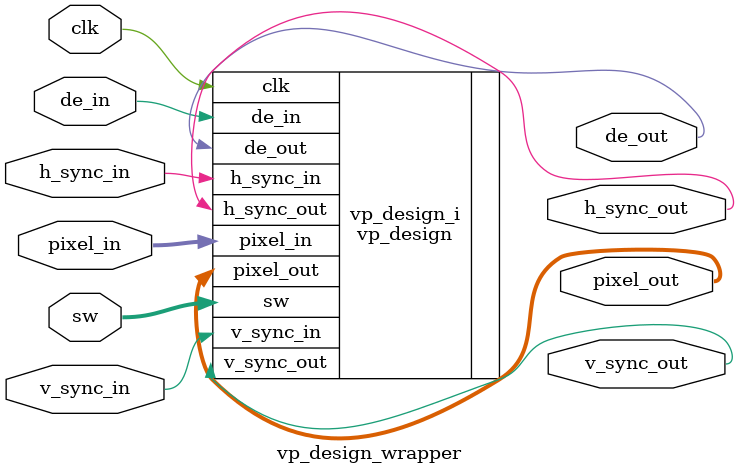
<source format=v>
`timescale 1 ps / 1 ps

module vp_design_wrapper
   (clk,
    de_in,
    de_out,
    h_sync_in,
    h_sync_out,
    pixel_in,
    pixel_out,
    sw,
    v_sync_in,
    v_sync_out);
  input clk;
  input de_in;
  output de_out;
  input h_sync_in;
  output h_sync_out;
  input [23:0]pixel_in;
  output [23:0]pixel_out;
  input [3:0]sw;
  input v_sync_in;
  output v_sync_out;

  wire clk;
  wire de_in;
  wire de_out;
  wire h_sync_in;
  wire h_sync_out;
  wire [23:0]pixel_in;
  wire [23:0]pixel_out;
  wire [3:0]sw;
  wire v_sync_in;
  wire v_sync_out;

  vp_design vp_design_i
       (.clk(clk),
        .de_in(de_in),
        .de_out(de_out),
        .h_sync_in(h_sync_in),
        .h_sync_out(h_sync_out),
        .pixel_in(pixel_in),
        .pixel_out(pixel_out),
        .sw(sw),
        .v_sync_in(v_sync_in),
        .v_sync_out(v_sync_out));
endmodule

</source>
